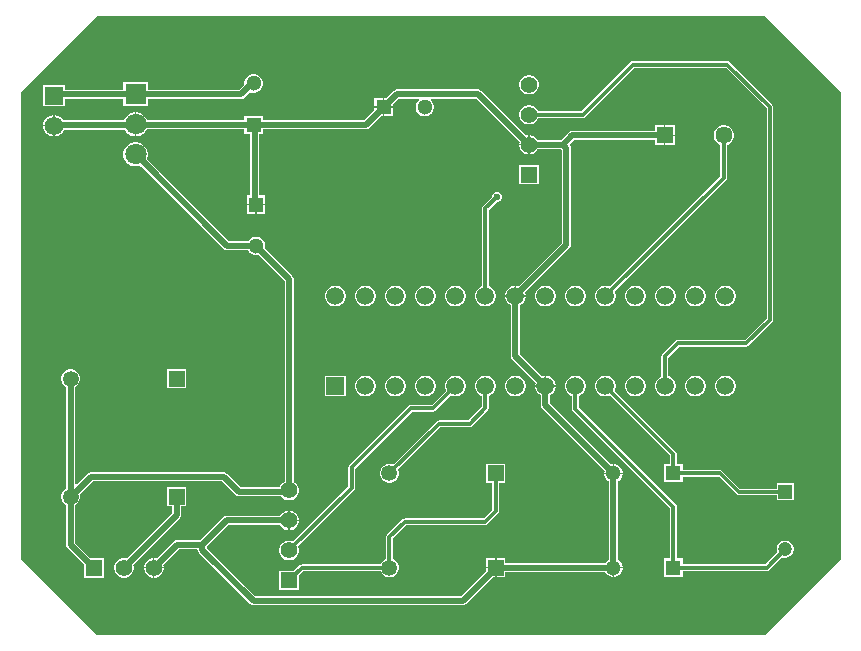
<source format=gtl>
G04*
G04 #@! TF.GenerationSoftware,Altium Limited,Altium Designer,23.4.1 (23)*
G04*
G04 Layer_Physical_Order=1*
G04 Layer_Color=255*
%FSLAX42Y42*%
%MOMM*%
G71*
G04*
G04 #@! TF.SameCoordinates,1A2849D8-77FB-4551-9540-3E4ADE2B4543*
G04*
G04*
G04 #@! TF.FilePolarity,Positive*
G04*
G01*
G75*
%ADD27R,1.57X1.57*%
%ADD28C,1.57*%
%ADD30R,1.30X1.30*%
%ADD31C,1.30*%
%ADD32R,1.30X1.30*%
%ADD34C,1.45*%
%ADD35R,1.45X1.45*%
%ADD37C,0.50*%
%ADD38C,0.30*%
%ADD39C,1.50*%
%ADD40C,1.80*%
%ADD41C,1.40*%
%ADD42R,1.40X1.40*%
%ADD43C,1.35*%
%ADD44R,1.35X1.35*%
%ADD45C,1.20*%
%ADD46R,1.20X1.20*%
%ADD47R,1.40X1.40*%
%ADD48R,1.80X1.80*%
%ADD49R,1.50X1.50*%
%ADD50C,0.60*%
G36*
X6974Y4626D02*
Y674D01*
X6326Y26D01*
X674D01*
X26Y674D01*
Y4626D01*
X674Y5274D01*
X6326D01*
X6974Y4626D01*
D02*
G37*
%LPC*%
G36*
X6010Y4888D02*
X6010Y4888D01*
X5210D01*
X5210Y4888D01*
X5199Y4886D01*
X5190Y4880D01*
X4774Y4464D01*
X4408D01*
X4407Y4468D01*
X4396Y4487D01*
X4381Y4502D01*
X4362Y4513D01*
X4341Y4519D01*
X4319D01*
X4298Y4513D01*
X4279Y4502D01*
X4264Y4487D01*
X4253Y4468D01*
X4247Y4447D01*
Y4425D01*
X4253Y4404D01*
X4264Y4385D01*
X4279Y4370D01*
X4298Y4359D01*
X4319Y4353D01*
X4341D01*
X4362Y4359D01*
X4381Y4370D01*
X4396Y4385D01*
X4407Y4404D01*
X4408Y4408D01*
X4786D01*
X4786Y4408D01*
X4797Y4410D01*
X4806Y4416D01*
X5222Y4832D01*
X5998D01*
X6342Y4488D01*
Y2712D01*
X6158Y2528D01*
X5590D01*
X5590Y2528D01*
X5579Y2526D01*
X5570Y2520D01*
X5460Y2410D01*
X5454Y2401D01*
X5452Y2390D01*
X5452Y2390D01*
Y2219D01*
X5432Y2208D01*
X5416Y2192D01*
X5404Y2172D01*
X5398Y2150D01*
Y2126D01*
X5404Y2104D01*
X5416Y2084D01*
X5432Y2068D01*
X5452Y2056D01*
X5474Y2050D01*
X5498D01*
X5520Y2056D01*
X5540Y2068D01*
X5556Y2084D01*
X5568Y2104D01*
X5574Y2126D01*
Y2150D01*
X5568Y2172D01*
X5556Y2192D01*
X5540Y2208D01*
X5520Y2220D01*
X5508Y2223D01*
Y2378D01*
X5602Y2472D01*
X6170D01*
X6170Y2472D01*
X6181Y2474D01*
X6190Y2480D01*
X6390Y2680D01*
X6390Y2680D01*
X6396Y2689D01*
X6398Y2700D01*
Y4500D01*
X6396Y4511D01*
X6390Y4520D01*
X6390Y4520D01*
X6030Y4880D01*
X6021Y4886D01*
X6010Y4888D01*
D02*
G37*
G36*
X2010Y4778D02*
X1990D01*
X1970Y4772D01*
X1952Y4762D01*
X1938Y4748D01*
X1928Y4730D01*
X1922Y4710D01*
Y4691D01*
X1878Y4646D01*
X1103D01*
Y4711D01*
X897D01*
Y4646D01*
X401D01*
Y4688D01*
X219D01*
Y4506D01*
X401D01*
Y4570D01*
X897D01*
Y4505D01*
X1103D01*
Y4570D01*
X1894D01*
X1894Y4570D01*
X1909Y4572D01*
X1921Y4581D01*
X1969Y4628D01*
X1970Y4628D01*
X1990Y4622D01*
X2010D01*
X2030Y4628D01*
X2048Y4638D01*
X2062Y4652D01*
X2072Y4670D01*
X2078Y4690D01*
Y4710D01*
X2072Y4730D01*
X2062Y4748D01*
X2048Y4762D01*
X2030Y4772D01*
X2010Y4778D01*
D02*
G37*
G36*
X4341Y4773D02*
X4319D01*
X4298Y4767D01*
X4279Y4756D01*
X4264Y4741D01*
X4253Y4722D01*
X4247Y4701D01*
Y4679D01*
X4253Y4658D01*
X4264Y4639D01*
X4279Y4624D01*
X4298Y4613D01*
X4319Y4607D01*
X4341D01*
X4362Y4613D01*
X4381Y4624D01*
X4396Y4639D01*
X4407Y4658D01*
X4413Y4679D01*
Y4701D01*
X4407Y4722D01*
X4396Y4741D01*
X4381Y4756D01*
X4362Y4767D01*
X4341Y4773D01*
D02*
G37*
G36*
X3094Y4578D02*
X3022D01*
Y4506D01*
X3094D01*
Y4578D01*
D02*
G37*
G36*
X3178Y4494D02*
X3106D01*
Y4422D01*
X3178D01*
Y4494D01*
D02*
G37*
G36*
X3094D02*
X3022D01*
Y4477D01*
X2936Y4390D01*
X2078D01*
Y4428D01*
X2006D01*
Y4350D01*
X1994D01*
Y4428D01*
X1922D01*
Y4390D01*
X1097D01*
X1096Y4394D01*
X1082Y4417D01*
X1063Y4436D01*
X1040Y4450D01*
X1014Y4457D01*
X1006D01*
Y4354D01*
Y4251D01*
X1014D01*
X1040Y4258D01*
X1063Y4272D01*
X1082Y4291D01*
X1095Y4314D01*
X1922D01*
Y4272D01*
X1972D01*
Y3753D01*
X1942D01*
Y3681D01*
X2020D01*
X2098D01*
Y3753D01*
X2048D01*
Y4272D01*
X2078D01*
Y4314D01*
X2952D01*
X2952Y4314D01*
X2967Y4316D01*
X2979Y4325D01*
X3077Y4422D01*
X3094D01*
Y4494D01*
D02*
G37*
G36*
X994Y4457D02*
X986D01*
X960Y4450D01*
X937Y4436D01*
X918Y4417D01*
X904Y4394D01*
X903Y4387D01*
X390D01*
X383Y4399D01*
X366Y4416D01*
X345Y4428D01*
X322Y4434D01*
X316D01*
Y4343D01*
Y4252D01*
X322D01*
X345Y4258D01*
X366Y4270D01*
X383Y4287D01*
X395Y4308D01*
X396Y4310D01*
X907D01*
X918Y4291D01*
X937Y4272D01*
X960Y4258D01*
X986Y4251D01*
X994D01*
Y4354D01*
Y4457D01*
D02*
G37*
G36*
X304Y4434D02*
X298D01*
X275Y4428D01*
X254Y4416D01*
X237Y4399D01*
X225Y4378D01*
X219Y4355D01*
Y4349D01*
X304D01*
Y4434D01*
D02*
G37*
G36*
X5474Y4345D02*
X5395D01*
Y4298D01*
X4696D01*
X4696Y4298D01*
X4681Y4296D01*
X4669Y4287D01*
X4669Y4287D01*
X4602Y4220D01*
X4403D01*
X4396Y4233D01*
X4381Y4248D01*
X4362Y4259D01*
X4341Y4265D01*
X4336D01*
Y4182D01*
Y4099D01*
X4341D01*
X4362Y4105D01*
X4381Y4116D01*
X4396Y4131D01*
X4403Y4144D01*
X4602D01*
X4609Y4137D01*
Y3347D01*
X4245Y2983D01*
X4228Y2988D01*
X4222D01*
Y2906D01*
X4304D01*
Y2912D01*
X4299Y2929D01*
X4674Y3304D01*
X4683Y3317D01*
X4686Y3331D01*
X4686Y3331D01*
Y4153D01*
X4683Y4167D01*
X4674Y4180D01*
X4681Y4191D01*
X4712Y4222D01*
X5395D01*
Y4175D01*
X5474D01*
Y4260D01*
Y4345D01*
D02*
G37*
G36*
X5565D02*
X5486D01*
Y4266D01*
X5565D01*
Y4345D01*
D02*
G37*
G36*
X304Y4337D02*
X219D01*
Y4331D01*
X225Y4308D01*
X237Y4287D01*
X254Y4270D01*
X275Y4258D01*
X298Y4252D01*
X304D01*
Y4337D01*
D02*
G37*
G36*
X3901Y4649D02*
X3901Y4649D01*
X3211D01*
X3196Y4646D01*
X3184Y4638D01*
X3184Y4638D01*
X3123Y4578D01*
X3106D01*
Y4506D01*
X3178D01*
Y4523D01*
X3227Y4572D01*
X3396D01*
X3400Y4560D01*
X3388Y4548D01*
X3378Y4530D01*
X3372Y4510D01*
Y4490D01*
X3378Y4470D01*
X3388Y4452D01*
X3402Y4438D01*
X3420Y4428D01*
X3440Y4422D01*
X3460D01*
X3480Y4428D01*
X3498Y4438D01*
X3512Y4452D01*
X3522Y4470D01*
X3528Y4490D01*
Y4510D01*
X3522Y4530D01*
X3512Y4548D01*
X3500Y4560D01*
X3504Y4572D01*
X3885D01*
X4251Y4207D01*
X4247Y4193D01*
Y4188D01*
X4324D01*
Y4265D01*
X4319D01*
X4305Y4261D01*
X3928Y4638D01*
X3916Y4646D01*
X3914Y4647D01*
X3901Y4649D01*
D02*
G37*
G36*
X5565Y4254D02*
X5486D01*
Y4175D01*
X5565D01*
Y4254D01*
D02*
G37*
G36*
X4324Y4176D02*
X4247D01*
Y4171D01*
X4253Y4150D01*
X4264Y4131D01*
X4279Y4116D01*
X4298Y4105D01*
X4319Y4099D01*
X4324D01*
Y4176D01*
D02*
G37*
G36*
X4413Y4011D02*
X4247D01*
Y3845D01*
X4413D01*
Y4011D01*
D02*
G37*
G36*
X2098Y3669D02*
X2026D01*
Y3597D01*
X2098D01*
Y3669D01*
D02*
G37*
G36*
X2014D02*
X1942D01*
Y3597D01*
X2014D01*
Y3669D01*
D02*
G37*
G36*
X5991Y4345D02*
X5969D01*
X5947Y4339D01*
X5928Y4328D01*
X5912Y4312D01*
X5901Y4293D01*
X5895Y4271D01*
Y4249D01*
X5901Y4227D01*
X5912Y4208D01*
X5928Y4192D01*
X5947Y4181D01*
X5952Y4179D01*
Y3914D01*
X5017Y2979D01*
X5012Y2982D01*
X4990Y2988D01*
X4966D01*
X4944Y2982D01*
X4924Y2970D01*
X4908Y2954D01*
X4896Y2934D01*
X4890Y2912D01*
Y2888D01*
X4896Y2866D01*
X4908Y2846D01*
X4924Y2830D01*
X4944Y2818D01*
X4966Y2812D01*
X4990D01*
X5012Y2818D01*
X5032Y2830D01*
X5048Y2846D01*
X5060Y2866D01*
X5066Y2888D01*
Y2912D01*
X5060Y2934D01*
X5057Y2939D01*
X6000Y3882D01*
X6000Y3882D01*
X6006Y3891D01*
X6008Y3902D01*
X6008Y3902D01*
Y4179D01*
X6013Y4181D01*
X6032Y4192D01*
X6048Y4208D01*
X6059Y4227D01*
X6065Y4249D01*
Y4271D01*
X6059Y4293D01*
X6048Y4312D01*
X6032Y4328D01*
X6013Y4339D01*
X5991Y4345D01*
D02*
G37*
G36*
X4210Y2988D02*
X4204D01*
X4182Y2982D01*
X4162Y2970D01*
X4146Y2954D01*
X4134Y2934D01*
X4128Y2912D01*
Y2906D01*
X4210D01*
Y2988D01*
D02*
G37*
G36*
X6006D02*
X5982D01*
X5960Y2982D01*
X5940Y2970D01*
X5924Y2954D01*
X5912Y2934D01*
X5906Y2912D01*
Y2888D01*
X5912Y2866D01*
X5924Y2846D01*
X5940Y2830D01*
X5960Y2818D01*
X5982Y2812D01*
X6006D01*
X6028Y2818D01*
X6048Y2830D01*
X6064Y2846D01*
X6076Y2866D01*
X6082Y2888D01*
Y2912D01*
X6076Y2934D01*
X6064Y2954D01*
X6048Y2970D01*
X6028Y2982D01*
X6006Y2988D01*
D02*
G37*
G36*
X5752D02*
X5728D01*
X5706Y2982D01*
X5686Y2970D01*
X5670Y2954D01*
X5658Y2934D01*
X5652Y2912D01*
Y2888D01*
X5658Y2866D01*
X5670Y2846D01*
X5686Y2830D01*
X5706Y2818D01*
X5728Y2812D01*
X5752D01*
X5774Y2818D01*
X5794Y2830D01*
X5810Y2846D01*
X5822Y2866D01*
X5828Y2888D01*
Y2912D01*
X5822Y2934D01*
X5810Y2954D01*
X5794Y2970D01*
X5774Y2982D01*
X5752Y2988D01*
D02*
G37*
G36*
X5498D02*
X5474D01*
X5452Y2982D01*
X5432Y2970D01*
X5416Y2954D01*
X5404Y2934D01*
X5398Y2912D01*
Y2888D01*
X5404Y2866D01*
X5416Y2846D01*
X5432Y2830D01*
X5452Y2818D01*
X5474Y2812D01*
X5498D01*
X5520Y2818D01*
X5540Y2830D01*
X5556Y2846D01*
X5568Y2866D01*
X5574Y2888D01*
Y2912D01*
X5568Y2934D01*
X5556Y2954D01*
X5540Y2970D01*
X5520Y2982D01*
X5498Y2988D01*
D02*
G37*
G36*
X5244D02*
X5220D01*
X5198Y2982D01*
X5178Y2970D01*
X5162Y2954D01*
X5150Y2934D01*
X5144Y2912D01*
Y2888D01*
X5150Y2866D01*
X5162Y2846D01*
X5178Y2830D01*
X5198Y2818D01*
X5220Y2812D01*
X5244D01*
X5266Y2818D01*
X5286Y2830D01*
X5302Y2846D01*
X5314Y2866D01*
X5320Y2888D01*
Y2912D01*
X5314Y2934D01*
X5302Y2954D01*
X5286Y2970D01*
X5266Y2982D01*
X5244Y2988D01*
D02*
G37*
G36*
X4736D02*
X4712D01*
X4690Y2982D01*
X4670Y2970D01*
X4654Y2954D01*
X4642Y2934D01*
X4636Y2912D01*
Y2888D01*
X4642Y2866D01*
X4654Y2846D01*
X4670Y2830D01*
X4690Y2818D01*
X4712Y2812D01*
X4736D01*
X4758Y2818D01*
X4778Y2830D01*
X4794Y2846D01*
X4806Y2866D01*
X4812Y2888D01*
Y2912D01*
X4806Y2934D01*
X4794Y2954D01*
X4778Y2970D01*
X4758Y2982D01*
X4736Y2988D01*
D02*
G37*
G36*
X4482D02*
X4458D01*
X4436Y2982D01*
X4416Y2970D01*
X4400Y2954D01*
X4388Y2934D01*
X4382Y2912D01*
Y2888D01*
X4388Y2866D01*
X4400Y2846D01*
X4416Y2830D01*
X4436Y2818D01*
X4458Y2812D01*
X4482D01*
X4504Y2818D01*
X4524Y2830D01*
X4540Y2846D01*
X4552Y2866D01*
X4558Y2888D01*
Y2912D01*
X4552Y2934D01*
X4540Y2954D01*
X4524Y2970D01*
X4504Y2982D01*
X4482Y2988D01*
D02*
G37*
G36*
X4068Y3783D02*
X4052D01*
X4036Y3776D01*
X4024Y3764D01*
X4017Y3748D01*
Y3737D01*
X3942Y3662D01*
X3936Y3653D01*
X3934Y3642D01*
X3934Y3642D01*
Y2983D01*
X3928Y2982D01*
X3908Y2970D01*
X3892Y2954D01*
X3880Y2934D01*
X3874Y2912D01*
Y2888D01*
X3880Y2866D01*
X3892Y2846D01*
X3908Y2830D01*
X3928Y2818D01*
X3950Y2812D01*
X3974D01*
X3996Y2818D01*
X4016Y2830D01*
X4032Y2846D01*
X4044Y2866D01*
X4050Y2888D01*
Y2912D01*
X4044Y2934D01*
X4032Y2954D01*
X4016Y2970D01*
X3996Y2982D01*
X3990Y2983D01*
Y3630D01*
X4057Y3697D01*
X4068D01*
X4084Y3704D01*
X4096Y3716D01*
X4103Y3732D01*
Y3748D01*
X4096Y3764D01*
X4084Y3776D01*
X4068Y3783D01*
D02*
G37*
G36*
X3720Y2988D02*
X3696D01*
X3674Y2982D01*
X3654Y2970D01*
X3638Y2954D01*
X3626Y2934D01*
X3620Y2912D01*
Y2888D01*
X3626Y2866D01*
X3638Y2846D01*
X3654Y2830D01*
X3674Y2818D01*
X3696Y2812D01*
X3720D01*
X3742Y2818D01*
X3762Y2830D01*
X3778Y2846D01*
X3790Y2866D01*
X3796Y2888D01*
Y2912D01*
X3790Y2934D01*
X3778Y2954D01*
X3762Y2970D01*
X3742Y2982D01*
X3720Y2988D01*
D02*
G37*
G36*
X3466D02*
X3442D01*
X3420Y2982D01*
X3400Y2970D01*
X3384Y2954D01*
X3372Y2934D01*
X3366Y2912D01*
Y2888D01*
X3372Y2866D01*
X3384Y2846D01*
X3400Y2830D01*
X3420Y2818D01*
X3442Y2812D01*
X3466D01*
X3488Y2818D01*
X3508Y2830D01*
X3524Y2846D01*
X3536Y2866D01*
X3542Y2888D01*
Y2912D01*
X3536Y2934D01*
X3524Y2954D01*
X3508Y2970D01*
X3488Y2982D01*
X3466Y2988D01*
D02*
G37*
G36*
X3212D02*
X3188D01*
X3166Y2982D01*
X3146Y2970D01*
X3130Y2954D01*
X3118Y2934D01*
X3112Y2912D01*
Y2888D01*
X3118Y2866D01*
X3130Y2846D01*
X3146Y2830D01*
X3166Y2818D01*
X3188Y2812D01*
X3212D01*
X3234Y2818D01*
X3254Y2830D01*
X3270Y2846D01*
X3282Y2866D01*
X3288Y2888D01*
Y2912D01*
X3282Y2934D01*
X3270Y2954D01*
X3254Y2970D01*
X3234Y2982D01*
X3212Y2988D01*
D02*
G37*
G36*
X2958D02*
X2934D01*
X2912Y2982D01*
X2892Y2970D01*
X2876Y2954D01*
X2864Y2934D01*
X2858Y2912D01*
Y2888D01*
X2864Y2866D01*
X2876Y2846D01*
X2892Y2830D01*
X2912Y2818D01*
X2934Y2812D01*
X2958D01*
X2980Y2818D01*
X3000Y2830D01*
X3016Y2846D01*
X3028Y2866D01*
X3034Y2888D01*
Y2912D01*
X3028Y2934D01*
X3016Y2954D01*
X3000Y2970D01*
X2980Y2982D01*
X2958Y2988D01*
D02*
G37*
G36*
X2704D02*
X2680D01*
X2658Y2982D01*
X2638Y2970D01*
X2622Y2954D01*
X2610Y2934D01*
X2604Y2912D01*
Y2888D01*
X2610Y2866D01*
X2622Y2846D01*
X2638Y2830D01*
X2658Y2818D01*
X2680Y2812D01*
X2704D01*
X2726Y2818D01*
X2746Y2830D01*
X2762Y2846D01*
X2774Y2866D01*
X2780Y2888D01*
Y2912D01*
X2774Y2934D01*
X2762Y2954D01*
X2746Y2970D01*
X2726Y2982D01*
X2704Y2988D01*
D02*
G37*
G36*
X4482Y2226D02*
X4476D01*
Y2144D01*
X4558D01*
Y2150D01*
X4552Y2172D01*
X4540Y2192D01*
X4524Y2208D01*
X4504Y2220D01*
X4482Y2226D01*
D02*
G37*
G36*
X4304Y2894D02*
X4216D01*
X4128D01*
Y2888D01*
X4134Y2866D01*
X4146Y2846D01*
X4162Y2830D01*
X4178Y2821D01*
Y2392D01*
X4178Y2392D01*
X4180Y2377D01*
X4189Y2365D01*
X4387Y2167D01*
X4382Y2150D01*
Y2144D01*
X4464D01*
Y2226D01*
X4458D01*
X4441Y2221D01*
X4254Y2408D01*
Y2821D01*
X4270Y2830D01*
X4286Y2846D01*
X4298Y2866D01*
X4304Y2888D01*
Y2894D01*
D02*
G37*
G36*
X1430Y2280D02*
X1270D01*
Y2120D01*
X1430D01*
Y2280D01*
D02*
G37*
G36*
X6006Y2226D02*
X5982D01*
X5960Y2220D01*
X5940Y2208D01*
X5924Y2192D01*
X5912Y2172D01*
X5906Y2150D01*
Y2126D01*
X5912Y2104D01*
X5924Y2084D01*
X5940Y2068D01*
X5960Y2056D01*
X5982Y2050D01*
X6006D01*
X6028Y2056D01*
X6048Y2068D01*
X6064Y2084D01*
X6076Y2104D01*
X6082Y2126D01*
Y2150D01*
X6076Y2172D01*
X6064Y2192D01*
X6048Y2208D01*
X6028Y2220D01*
X6006Y2226D01*
D02*
G37*
G36*
X5752D02*
X5728D01*
X5706Y2220D01*
X5686Y2208D01*
X5670Y2192D01*
X5658Y2172D01*
X5652Y2150D01*
Y2126D01*
X5658Y2104D01*
X5670Y2084D01*
X5686Y2068D01*
X5706Y2056D01*
X5728Y2050D01*
X5752D01*
X5774Y2056D01*
X5794Y2068D01*
X5810Y2084D01*
X5822Y2104D01*
X5828Y2126D01*
Y2150D01*
X5822Y2172D01*
X5810Y2192D01*
X5794Y2208D01*
X5774Y2220D01*
X5752Y2226D01*
D02*
G37*
G36*
X5244D02*
X5220D01*
X5198Y2220D01*
X5178Y2208D01*
X5162Y2192D01*
X5150Y2172D01*
X5144Y2150D01*
Y2126D01*
X5150Y2104D01*
X5162Y2084D01*
X5178Y2068D01*
X5198Y2056D01*
X5220Y2050D01*
X5244D01*
X5266Y2056D01*
X5286Y2068D01*
X5302Y2084D01*
X5314Y2104D01*
X5320Y2126D01*
Y2150D01*
X5314Y2172D01*
X5302Y2192D01*
X5286Y2208D01*
X5266Y2220D01*
X5244Y2226D01*
D02*
G37*
G36*
X4228D02*
X4204D01*
X4182Y2220D01*
X4162Y2208D01*
X4146Y2192D01*
X4134Y2172D01*
X4128Y2150D01*
Y2126D01*
X4134Y2104D01*
X4146Y2084D01*
X4162Y2068D01*
X4182Y2056D01*
X4204Y2050D01*
X4228D01*
X4250Y2056D01*
X4270Y2068D01*
X4286Y2084D01*
X4298Y2104D01*
X4304Y2126D01*
Y2150D01*
X4298Y2172D01*
X4286Y2192D01*
X4270Y2208D01*
X4250Y2220D01*
X4228Y2226D01*
D02*
G37*
G36*
X3720D02*
X3696D01*
X3674Y2220D01*
X3654Y2208D01*
X3638Y2192D01*
X3626Y2172D01*
X3620Y2150D01*
Y2126D01*
X3626Y2104D01*
X3629Y2099D01*
X3508Y1978D01*
X3330D01*
X3330Y1978D01*
X3319Y1976D01*
X3310Y1970D01*
X2810Y1470D01*
X2804Y1461D01*
X2802Y1450D01*
X2802Y1450D01*
Y1288D01*
X2335Y821D01*
X2332Y823D01*
X2311Y829D01*
X2289D01*
X2268Y823D01*
X2249Y812D01*
X2234Y797D01*
X2223Y778D01*
X2217Y757D01*
Y735D01*
X2223Y714D01*
X2234Y695D01*
X2249Y680D01*
X2268Y669D01*
X2289Y663D01*
X2311D01*
X2332Y669D01*
X2351Y680D01*
X2366Y695D01*
X2377Y714D01*
X2383Y735D01*
Y757D01*
X2377Y778D01*
X2375Y781D01*
X2850Y1256D01*
X2850Y1256D01*
X2856Y1265D01*
X2858Y1276D01*
X2858Y1276D01*
Y1438D01*
X3342Y1922D01*
X3520D01*
X3520Y1922D01*
X3531Y1924D01*
X3540Y1930D01*
X3669Y2059D01*
X3674Y2056D01*
X3696Y2050D01*
X3720D01*
X3742Y2056D01*
X3762Y2068D01*
X3778Y2084D01*
X3790Y2104D01*
X3796Y2126D01*
Y2150D01*
X3790Y2172D01*
X3778Y2192D01*
X3762Y2208D01*
X3742Y2220D01*
X3720Y2226D01*
D02*
G37*
G36*
X3466D02*
X3442D01*
X3420Y2220D01*
X3400Y2208D01*
X3384Y2192D01*
X3372Y2172D01*
X3366Y2150D01*
Y2126D01*
X3372Y2104D01*
X3384Y2084D01*
X3400Y2068D01*
X3420Y2056D01*
X3442Y2050D01*
X3466D01*
X3488Y2056D01*
X3508Y2068D01*
X3524Y2084D01*
X3536Y2104D01*
X3542Y2126D01*
Y2150D01*
X3536Y2172D01*
X3524Y2192D01*
X3508Y2208D01*
X3488Y2220D01*
X3466Y2226D01*
D02*
G37*
G36*
X3212D02*
X3188D01*
X3166Y2220D01*
X3146Y2208D01*
X3130Y2192D01*
X3118Y2172D01*
X3112Y2150D01*
Y2126D01*
X3118Y2104D01*
X3130Y2084D01*
X3146Y2068D01*
X3166Y2056D01*
X3188Y2050D01*
X3212D01*
X3234Y2056D01*
X3254Y2068D01*
X3270Y2084D01*
X3282Y2104D01*
X3288Y2126D01*
Y2150D01*
X3282Y2172D01*
X3270Y2192D01*
X3254Y2208D01*
X3234Y2220D01*
X3212Y2226D01*
D02*
G37*
G36*
X2958D02*
X2934D01*
X2912Y2220D01*
X2892Y2208D01*
X2876Y2192D01*
X2864Y2172D01*
X2858Y2150D01*
Y2126D01*
X2864Y2104D01*
X2876Y2084D01*
X2892Y2068D01*
X2912Y2056D01*
X2934Y2050D01*
X2958D01*
X2980Y2056D01*
X3000Y2068D01*
X3016Y2084D01*
X3028Y2104D01*
X3034Y2126D01*
Y2150D01*
X3028Y2172D01*
X3016Y2192D01*
X3000Y2208D01*
X2980Y2220D01*
X2958Y2226D01*
D02*
G37*
G36*
X2780D02*
X2604D01*
Y2050D01*
X2780D01*
Y2226D01*
D02*
G37*
G36*
X3974D02*
X3950D01*
X3928Y2220D01*
X3908Y2208D01*
X3892Y2192D01*
X3880Y2172D01*
X3874Y2150D01*
Y2126D01*
X3880Y2104D01*
X3892Y2084D01*
X3908Y2068D01*
X3928Y2056D01*
X3934Y2055D01*
Y1964D01*
X3818Y1848D01*
X3570D01*
X3570Y1848D01*
X3559Y1846D01*
X3550Y1840D01*
X3183Y1473D01*
X3181Y1475D01*
X3161Y1480D01*
X3139D01*
X3119Y1475D01*
X3101Y1464D01*
X3086Y1449D01*
X3075Y1431D01*
X3070Y1411D01*
Y1389D01*
X3075Y1369D01*
X3086Y1351D01*
X3101Y1336D01*
X3119Y1325D01*
X3139Y1320D01*
X3161D01*
X3181Y1325D01*
X3199Y1336D01*
X3214Y1351D01*
X3225Y1369D01*
X3230Y1389D01*
Y1411D01*
X3225Y1431D01*
X3223Y1433D01*
X3582Y1792D01*
X3830D01*
X3830Y1792D01*
X3841Y1794D01*
X3850Y1800D01*
X3982Y1932D01*
X3982Y1932D01*
X3988Y1941D01*
X3990Y1952D01*
X3990Y1952D01*
Y2055D01*
X3996Y2056D01*
X4016Y2068D01*
X4032Y2084D01*
X4044Y2104D01*
X4050Y2126D01*
Y2150D01*
X4044Y2172D01*
X4032Y2192D01*
X4016Y2208D01*
X3996Y2220D01*
X3974Y2226D01*
D02*
G37*
G36*
X5056Y1478D02*
X5052D01*
Y1406D01*
X5124D01*
Y1410D01*
X5118Y1430D01*
X5108Y1448D01*
X5094Y1462D01*
X5076Y1472D01*
X5056Y1478D01*
D02*
G37*
G36*
X4558Y2132D02*
X4470D01*
X4382D01*
Y2126D01*
X4388Y2104D01*
X4400Y2084D01*
X4416Y2068D01*
X4432Y2059D01*
Y1976D01*
X4432Y1976D01*
X4434Y1961D01*
X4443Y1949D01*
X4971Y1421D01*
X4968Y1410D01*
Y1406D01*
X5040D01*
Y1478D01*
X5036D01*
X5025Y1475D01*
X4508Y1992D01*
Y2059D01*
X4524Y2068D01*
X4540Y2084D01*
X4552Y2104D01*
X4558Y2126D01*
Y2132D01*
D02*
G37*
G36*
X1014Y4203D02*
X986D01*
X960Y4196D01*
X937Y4182D01*
X918Y4163D01*
X904Y4140D01*
X897Y4114D01*
Y4086D01*
X904Y4060D01*
X918Y4037D01*
X937Y4018D01*
X960Y4004D01*
X986Y3997D01*
X1014D01*
X1040Y4004D01*
X1041Y4005D01*
X1748Y3298D01*
X1748Y3298D01*
X1760Y3289D01*
X1775Y3287D01*
X1952D01*
X1958Y3277D01*
X1972Y3263D01*
X1990Y3253D01*
X2010Y3247D01*
X2030D01*
X2041Y3250D01*
X2262Y3029D01*
Y1327D01*
X2249Y1320D01*
X2234Y1305D01*
X2223Y1286D01*
X2222Y1283D01*
X1892D01*
X1777Y1397D01*
X1765Y1406D01*
X1750Y1408D01*
X1750Y1408D01*
X620D01*
X620Y1408D01*
X605Y1406D01*
X593Y1397D01*
X593Y1397D01*
X500Y1305D01*
X488Y1309D01*
Y2130D01*
X499Y2136D01*
X514Y2151D01*
X525Y2169D01*
X530Y2189D01*
Y2211D01*
X525Y2231D01*
X514Y2249D01*
X499Y2264D01*
X481Y2275D01*
X461Y2280D01*
X439D01*
X419Y2275D01*
X401Y2264D01*
X386Y2249D01*
X375Y2231D01*
X370Y2211D01*
Y2189D01*
X375Y2169D01*
X386Y2151D01*
X401Y2136D01*
X412Y2130D01*
Y1270D01*
X401Y1264D01*
X386Y1249D01*
X375Y1231D01*
X370Y1211D01*
Y1189D01*
X375Y1169D01*
X386Y1151D01*
X401Y1136D01*
X412Y1130D01*
Y796D01*
X412Y796D01*
X414Y781D01*
X423Y769D01*
X563Y628D01*
Y517D01*
X729D01*
Y683D01*
X618D01*
X488Y812D01*
Y1130D01*
X499Y1136D01*
X514Y1151D01*
X525Y1169D01*
X530Y1189D01*
Y1211D01*
X527Y1223D01*
X636Y1332D01*
X1734D01*
X1848Y1217D01*
X1848Y1217D01*
X1861Y1209D01*
X1876Y1206D01*
X1876Y1206D01*
X2232D01*
X2234Y1203D01*
X2249Y1188D01*
X2268Y1177D01*
X2289Y1171D01*
X2311D01*
X2332Y1177D01*
X2351Y1188D01*
X2366Y1203D01*
X2377Y1222D01*
X2383Y1243D01*
Y1265D01*
X2377Y1286D01*
X2366Y1305D01*
X2351Y1320D01*
X2338Y1327D01*
Y3045D01*
X2336Y3060D01*
X2327Y3072D01*
X2327Y3072D01*
X2095Y3304D01*
X2098Y3315D01*
Y3335D01*
X2092Y3355D01*
X2082Y3373D01*
X2068Y3387D01*
X2050Y3397D01*
X2030Y3403D01*
X2010D01*
X1990Y3397D01*
X1972Y3387D01*
X1958Y3373D01*
X1952Y3363D01*
X1791D01*
X1095Y4059D01*
X1096Y4060D01*
X1103Y4086D01*
Y4114D01*
X1096Y4140D01*
X1082Y4163D01*
X1063Y4182D01*
X1040Y4196D01*
X1014Y4203D01*
D02*
G37*
G36*
X4990Y2226D02*
X4966D01*
X4944Y2220D01*
X4924Y2208D01*
X4908Y2192D01*
X4896Y2172D01*
X4890Y2150D01*
Y2126D01*
X4896Y2104D01*
X4908Y2084D01*
X4924Y2068D01*
X4944Y2056D01*
X4966Y2050D01*
X4990D01*
X5012Y2056D01*
X5017Y2059D01*
X5526Y1550D01*
Y1478D01*
X5476D01*
Y1322D01*
X5632D01*
Y1372D01*
X5938D01*
X6090Y1220D01*
X6090Y1220D01*
X6099Y1214D01*
X6110Y1212D01*
X6110Y1212D01*
X6427D01*
Y1171D01*
X6573D01*
Y1317D01*
X6427D01*
Y1268D01*
X6121D01*
X5969Y1420D01*
X5960Y1426D01*
X5949Y1428D01*
X5949Y1428D01*
X5632D01*
Y1478D01*
X5582D01*
Y1562D01*
X5580Y1573D01*
X5574Y1582D01*
X5057Y2099D01*
X5060Y2104D01*
X5066Y2126D01*
Y2150D01*
X5060Y2172D01*
X5048Y2192D01*
X5032Y2208D01*
X5012Y2220D01*
X4990Y2226D01*
D02*
G37*
G36*
X2294Y1083D02*
X2289D01*
X2268Y1077D01*
X2249Y1066D01*
X2234Y1051D01*
X2227Y1038D01*
X1770D01*
X1770Y1038D01*
X1755Y1036D01*
X1743Y1027D01*
X1549Y833D01*
X1349D01*
X1349Y833D01*
X1334Y831D01*
X1322Y822D01*
X1322Y822D01*
X1179Y679D01*
X1165Y683D01*
X1160D01*
Y606D01*
X1237D01*
Y611D01*
X1233Y625D01*
X1365Y757D01*
X1514D01*
X1527Y754D01*
X1529Y739D01*
X1538Y726D01*
X1971Y293D01*
X1971Y293D01*
X1984Y284D01*
X1999Y282D01*
X1999Y282D01*
X3770D01*
X3770Y282D01*
X3785Y284D01*
X3797Y293D01*
X4024Y520D01*
X4044D01*
Y594D01*
X3970D01*
Y574D01*
X3754Y358D01*
X2015D01*
X1603Y770D01*
Y779D01*
X1786Y962D01*
X2227D01*
X2234Y949D01*
X2249Y934D01*
X2268Y923D01*
X2289Y917D01*
X2294D01*
Y1000D01*
Y1083D01*
D02*
G37*
G36*
X2311D02*
X2306D01*
Y1006D01*
X2383D01*
Y1011D01*
X2377Y1032D01*
X2366Y1051D01*
X2351Y1066D01*
X2332Y1077D01*
X2311Y1083D01*
D02*
G37*
G36*
X4130Y1480D02*
X3970D01*
Y1320D01*
X4022D01*
Y1092D01*
X3948Y1018D01*
X3280D01*
X3269Y1016D01*
X3260Y1010D01*
X3260Y1010D01*
X3130Y880D01*
X3124Y871D01*
X3122Y860D01*
X3122Y860D01*
Y675D01*
X3119Y675D01*
X3101Y664D01*
X3086Y649D01*
X3075Y631D01*
X3075Y628D01*
X2408D01*
X2397Y626D01*
X2388Y620D01*
X2388Y620D01*
X2343Y575D01*
X2217D01*
Y409D01*
X2383D01*
Y535D01*
X2420Y572D01*
X3075D01*
X3075Y569D01*
X3086Y551D01*
X3101Y536D01*
X3119Y525D01*
X3139Y520D01*
X3161D01*
X3181Y525D01*
X3199Y536D01*
X3214Y551D01*
X3225Y569D01*
X3230Y589D01*
Y611D01*
X3225Y631D01*
X3214Y649D01*
X3199Y664D01*
X3181Y675D01*
X3178Y675D01*
Y848D01*
X3292Y962D01*
X3960D01*
X3960Y962D01*
X3971Y964D01*
X3980Y970D01*
X4070Y1060D01*
X4070Y1060D01*
X4076Y1069D01*
X4078Y1080D01*
X4078Y1080D01*
Y1320D01*
X4130D01*
Y1480D01*
D02*
G37*
G36*
X2383Y994D02*
X2306D01*
Y917D01*
X2311D01*
X2332Y923D01*
X2351Y934D01*
X2366Y949D01*
X2377Y968D01*
X2383Y989D01*
Y994D01*
D02*
G37*
G36*
X4736Y2226D02*
X4712D01*
X4690Y2220D01*
X4670Y2208D01*
X4654Y2192D01*
X4642Y2172D01*
X4636Y2150D01*
Y2126D01*
X4642Y2104D01*
X4654Y2084D01*
X4670Y2068D01*
X4690Y2056D01*
X4696Y2055D01*
Y1946D01*
X4696Y1946D01*
X4698Y1935D01*
X4704Y1926D01*
X5526Y1104D01*
Y678D01*
X5476D01*
Y522D01*
X5632D01*
Y572D01*
X6344D01*
X6344Y572D01*
X6355Y574D01*
X6364Y580D01*
X6472Y688D01*
X6490Y683D01*
X6510D01*
X6528Y688D01*
X6545Y698D01*
X6558Y711D01*
X6568Y728D01*
X6573Y746D01*
Y766D01*
X6568Y784D01*
X6558Y801D01*
X6545Y814D01*
X6528Y824D01*
X6510Y829D01*
X6490D01*
X6472Y824D01*
X6455Y814D01*
X6442Y801D01*
X6432Y784D01*
X6427Y766D01*
Y746D01*
X6432Y728D01*
X6332Y628D01*
X5632D01*
Y678D01*
X5582D01*
Y1116D01*
X5582Y1116D01*
X5580Y1127D01*
X5574Y1136D01*
X5574Y1136D01*
X4752Y1958D01*
Y2055D01*
X4758Y2056D01*
X4778Y2068D01*
X4794Y2084D01*
X4806Y2104D01*
X4812Y2126D01*
Y2150D01*
X4806Y2172D01*
X4794Y2192D01*
X4778Y2208D01*
X4758Y2220D01*
X4736Y2226D01*
D02*
G37*
G36*
X1430Y1280D02*
X1270D01*
Y1120D01*
X1312D01*
Y1066D01*
X925Y679D01*
X911Y683D01*
X889D01*
X868Y677D01*
X849Y666D01*
X834Y651D01*
X823Y632D01*
X817Y611D01*
Y589D01*
X823Y568D01*
X834Y549D01*
X849Y534D01*
X868Y523D01*
X889Y517D01*
X911D01*
X932Y523D01*
X951Y534D01*
X966Y549D01*
X977Y568D01*
X983Y589D01*
Y611D01*
X979Y625D01*
X1377Y1023D01*
X1386Y1035D01*
X1388Y1050D01*
Y1120D01*
X1430D01*
Y1280D01*
D02*
G37*
G36*
X5124Y1394D02*
X5046D01*
X4968D01*
Y1390D01*
X4974Y1370D01*
X4984Y1352D01*
X4998Y1338D01*
X5008Y1332D01*
Y668D01*
X4998Y662D01*
X4984Y648D01*
X4978Y638D01*
X4130D01*
Y680D01*
X4056D01*
Y600D01*
X4050D01*
D01*
X4056D01*
Y520D01*
X4130D01*
Y562D01*
X4978D01*
X4984Y552D01*
X4998Y538D01*
X5016Y528D01*
X5036Y522D01*
X5040D01*
Y600D01*
X5046D01*
Y606D01*
X5124D01*
Y610D01*
X5118Y630D01*
X5108Y648D01*
X5094Y662D01*
X5084Y668D01*
Y1332D01*
X5094Y1338D01*
X5108Y1352D01*
X5118Y1370D01*
X5124Y1390D01*
Y1394D01*
D02*
G37*
G36*
X1148Y683D02*
X1143D01*
X1122Y677D01*
X1103Y666D01*
X1088Y651D01*
X1077Y632D01*
X1071Y611D01*
Y606D01*
X1148D01*
Y683D01*
D02*
G37*
G36*
X4044Y680D02*
X3970D01*
Y606D01*
X4044D01*
Y680D01*
D02*
G37*
G36*
X5124Y594D02*
X5052D01*
Y522D01*
X5056D01*
X5076Y528D01*
X5094Y538D01*
X5108Y552D01*
X5118Y570D01*
X5124Y590D01*
Y594D01*
D02*
G37*
G36*
X1237Y594D02*
X1160D01*
Y517D01*
X1165D01*
X1186Y523D01*
X1205Y534D01*
X1220Y549D01*
X1231Y568D01*
X1237Y589D01*
Y594D01*
D02*
G37*
G36*
X1148D02*
X1071D01*
Y589D01*
X1077Y568D01*
X1088Y549D01*
X1103Y534D01*
X1122Y523D01*
X1143Y517D01*
X1148D01*
Y594D01*
D02*
G37*
%LPD*%
D27*
X310Y4597D02*
D03*
D28*
Y4343D02*
D03*
D30*
X2020Y3675D02*
D03*
X2000Y4350D02*
D03*
D31*
X5046Y600D02*
D03*
Y1400D02*
D03*
X2020Y3325D02*
D03*
X2000Y4700D02*
D03*
X3450Y4500D02*
D03*
D32*
X5554Y600D02*
D03*
Y1400D02*
D03*
X3100Y4500D02*
D03*
D34*
X5980Y4260D02*
D03*
D35*
X5480D02*
D03*
D37*
X1000Y4100D02*
X1775Y3325D01*
X2020D01*
X1770Y1000D02*
X2300D01*
X1565Y795D02*
X1770Y1000D01*
X620Y1370D02*
X1750D01*
X1876Y1244D01*
X450Y1200D02*
X620Y1370D01*
X1876Y1244D02*
X2290D01*
X2020Y3325D02*
X2300Y3045D01*
Y1254D02*
Y3045D01*
X2290Y1244D02*
X2300Y1254D01*
X3770Y320D02*
X4050Y600D01*
X1999Y320D02*
X3770D01*
X1565Y754D02*
X1999Y320D01*
X3100Y4500D02*
X3211Y4611D01*
X3901D01*
X4330Y4182D01*
X2952Y4352D02*
X3100Y4500D01*
X1349Y795D02*
X1565D01*
Y754D02*
Y795D01*
X4696Y4260D02*
X5480D01*
X1998Y4352D02*
X2010Y4340D01*
X4216Y2392D02*
Y2900D01*
X4470Y1976D02*
Y2138D01*
X1998Y4352D02*
X2952D01*
X4216Y2900D02*
X4647Y3331D01*
X4470Y1976D02*
X5046Y1400D01*
X4216Y2392D02*
X4470Y2138D01*
X4618Y4182D02*
X4696Y4260D01*
X4647Y3331D02*
Y4153D01*
X1154Y600D02*
X1349Y795D01*
X4618Y4182D02*
X4647Y4153D01*
X5046Y600D02*
Y1400D01*
X4330Y4182D02*
X4618D01*
X4050Y600D02*
X5046D01*
X2010Y3685D02*
X2020Y3675D01*
X2010Y3685D02*
Y4340D01*
X1002Y4352D02*
X1998D01*
X1000Y4354D02*
X1002Y4352D01*
X994Y4349D02*
X1000Y4354D01*
X315Y4349D02*
X994D01*
X310Y4343D02*
X315Y4349D01*
X900Y600D02*
X1350Y1050D01*
Y1200D01*
X450D02*
Y2200D01*
Y796D02*
X646Y600D01*
X450Y796D02*
Y1200D01*
X1000Y4608D02*
X1894D01*
X1986Y4700D01*
X2000D01*
X310Y4597D02*
X321Y4608D01*
X1000D01*
D38*
X5980Y3902D02*
Y4260D01*
X4978Y2900D02*
X5980Y3902D01*
X2408Y600D02*
X3150D01*
X2300Y492D02*
X2408Y600D01*
X2300Y746D02*
X2830Y1276D01*
Y1450D01*
X3330Y1950D01*
X3520D01*
X3708Y2138D01*
X5554Y600D02*
Y1116D01*
X4724Y1946D02*
X5554Y1116D01*
X4724Y1946D02*
Y2138D01*
X3962Y2900D02*
Y3642D01*
X4060Y3740D01*
X3150Y1400D02*
X3570Y1820D01*
X3962Y1952D02*
Y2138D01*
X3570Y1820D02*
X3830D01*
X3962Y1952D01*
X5949Y1400D02*
X6110Y1240D01*
X6496D01*
X5554Y1400D02*
X5949D01*
X5554Y600D02*
X6344D01*
X6500Y756D01*
X5554Y1400D02*
Y1562D01*
X4978Y2138D02*
X5554Y1562D01*
X6496Y1240D02*
X6500Y1244D01*
X4050Y1080D02*
Y1400D01*
X3960Y990D02*
X4050Y1080D01*
X3280Y990D02*
X3960D01*
X3150Y600D02*
Y860D01*
X3280Y990D01*
X5480Y2144D02*
X5486Y2138D01*
X5480Y2144D02*
Y2390D01*
X5590Y2500D01*
X6170D01*
X6370Y2700D02*
Y4500D01*
X6170Y2500D02*
X6370Y2700D01*
X6010Y4860D02*
X6370Y4500D01*
X5210Y4860D02*
X6010D01*
X4330Y4436D02*
X4786D01*
X5210Y4860D01*
D39*
X4216Y2138D02*
D03*
X4724Y2900D02*
D03*
X2946Y2138D02*
D03*
X3200D02*
D03*
X3454D02*
D03*
X3708D02*
D03*
X3962D02*
D03*
X4470D02*
D03*
X4724D02*
D03*
X4978D02*
D03*
X5232D02*
D03*
X5486D02*
D03*
X5740D02*
D03*
X5994D02*
D03*
X2692Y2900D02*
D03*
X2946D02*
D03*
X3200D02*
D03*
X3454D02*
D03*
X3708D02*
D03*
X3962D02*
D03*
X4216D02*
D03*
X4470D02*
D03*
X4978D02*
D03*
X5232D02*
D03*
X5486D02*
D03*
X5740D02*
D03*
X5994D02*
D03*
D40*
X1000Y4100D02*
D03*
Y4354D02*
D03*
D41*
X4330Y4436D02*
D03*
Y4182D02*
D03*
Y4690D02*
D03*
X2300Y1254D02*
D03*
Y746D02*
D03*
Y1000D02*
D03*
X900Y600D02*
D03*
X1154D02*
D03*
D42*
X4330Y3928D02*
D03*
X2300Y492D02*
D03*
D43*
X3150Y1400D02*
D03*
Y600D02*
D03*
X450Y1200D02*
D03*
Y2200D02*
D03*
D44*
X4050Y1400D02*
D03*
Y600D02*
D03*
X1350Y1200D02*
D03*
Y2200D02*
D03*
D45*
X6500Y756D02*
D03*
D46*
Y1244D02*
D03*
D47*
X646Y600D02*
D03*
D48*
X1000Y4608D02*
D03*
D49*
X2692Y2138D02*
D03*
D50*
X4060Y3740D02*
D03*
M02*

</source>
